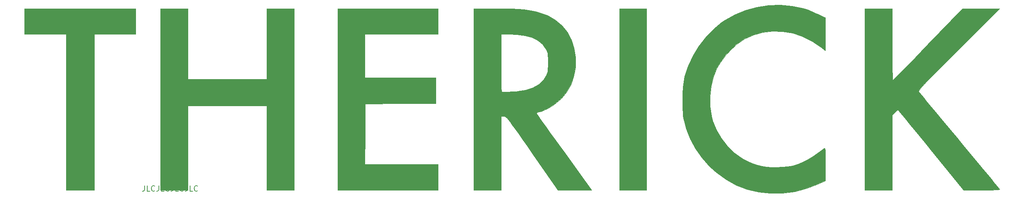
<source format=gbr>
G04 #@! TF.GenerationSoftware,KiCad,Pcbnew,(5.1.2-1)-1*
G04 #@! TF.CreationDate,2020-05-18T20:01:50-05:00*
G04 #@! TF.ProjectId,therick_bottom_plate,74686572-6963-46b5-9f62-6f74746f6d5f,rev?*
G04 #@! TF.SameCoordinates,Original*
G04 #@! TF.FileFunction,Legend,Top*
G04 #@! TF.FilePolarity,Positive*
%FSLAX46Y46*%
G04 Gerber Fmt 4.6, Leading zero omitted, Abs format (unit mm)*
G04 Created by KiCad (PCBNEW (5.1.2-1)-1) date 2020-05-18 20:01:50*
%MOMM*%
%LPD*%
G04 APERTURE LIST*
%ADD10C,0.200000*%
%ADD11C,0.010000*%
G04 APERTURE END LIST*
D10*
X78363690Y-91390476D02*
X78363690Y-92283333D01*
X78304166Y-92461904D01*
X78185119Y-92580952D01*
X78006547Y-92640476D01*
X77887500Y-92640476D01*
X79554166Y-92640476D02*
X78958928Y-92640476D01*
X78958928Y-91390476D01*
X80685119Y-92521428D02*
X80625595Y-92580952D01*
X80447023Y-92640476D01*
X80327976Y-92640476D01*
X80149404Y-92580952D01*
X80030357Y-92461904D01*
X79970833Y-92342857D01*
X79911309Y-92104761D01*
X79911309Y-91926190D01*
X79970833Y-91688095D01*
X80030357Y-91569047D01*
X80149404Y-91450000D01*
X80327976Y-91390476D01*
X80447023Y-91390476D01*
X80625595Y-91450000D01*
X80685119Y-91509523D01*
X81577976Y-91390476D02*
X81577976Y-92283333D01*
X81518452Y-92461904D01*
X81399404Y-92580952D01*
X81220833Y-92640476D01*
X81101785Y-92640476D01*
X82768452Y-92640476D02*
X82173214Y-92640476D01*
X82173214Y-91390476D01*
X83899404Y-92521428D02*
X83839880Y-92580952D01*
X83661309Y-92640476D01*
X83542261Y-92640476D01*
X83363690Y-92580952D01*
X83244642Y-92461904D01*
X83185119Y-92342857D01*
X83125595Y-92104761D01*
X83125595Y-91926190D01*
X83185119Y-91688095D01*
X83244642Y-91569047D01*
X83363690Y-91450000D01*
X83542261Y-91390476D01*
X83661309Y-91390476D01*
X83839880Y-91450000D01*
X83899404Y-91509523D01*
X84792261Y-91390476D02*
X84792261Y-92283333D01*
X84732738Y-92461904D01*
X84613690Y-92580952D01*
X84435119Y-92640476D01*
X84316071Y-92640476D01*
X85982738Y-92640476D02*
X85387500Y-92640476D01*
X85387500Y-91390476D01*
X87113690Y-92521428D02*
X87054166Y-92580952D01*
X86875595Y-92640476D01*
X86756547Y-92640476D01*
X86577976Y-92580952D01*
X86458928Y-92461904D01*
X86399404Y-92342857D01*
X86339880Y-92104761D01*
X86339880Y-91926190D01*
X86399404Y-91688095D01*
X86458928Y-91569047D01*
X86577976Y-91450000D01*
X86756547Y-91390476D01*
X86875595Y-91390476D01*
X87054166Y-91450000D01*
X87113690Y-91509523D01*
X88006547Y-91390476D02*
X88006547Y-92283333D01*
X87947023Y-92461904D01*
X87827976Y-92580952D01*
X87649404Y-92640476D01*
X87530357Y-92640476D01*
X89197023Y-92640476D02*
X88601785Y-92640476D01*
X88601785Y-91390476D01*
X90327976Y-92521428D02*
X90268452Y-92580952D01*
X90089880Y-92640476D01*
X89970833Y-92640476D01*
X89792261Y-92580952D01*
X89673214Y-92461904D01*
X89613690Y-92342857D01*
X89554166Y-92104761D01*
X89554166Y-91926190D01*
X89613690Y-91688095D01*
X89673214Y-91569047D01*
X89792261Y-91450000D01*
X89970833Y-91390476D01*
X90089880Y-91390476D01*
X90268452Y-91450000D01*
X90327976Y-91509523D01*
D11*
G36*
X246878929Y-59474553D02*
G01*
X246881883Y-61146197D01*
X246890337Y-62700230D01*
X246903677Y-64100335D01*
X246921290Y-65310192D01*
X246942564Y-66293482D01*
X246966883Y-67013885D01*
X246993636Y-67435082D01*
X247015000Y-67532770D01*
X247162057Y-67403269D01*
X247539354Y-67035188D01*
X248124923Y-66450823D01*
X248896799Y-65672473D01*
X249833016Y-64722435D01*
X250911606Y-63623007D01*
X252110604Y-62396486D01*
X253408042Y-61065170D01*
X254781956Y-59651356D01*
X254952500Y-59475586D01*
X262753929Y-51433757D01*
X266926119Y-51417369D01*
X271098309Y-51400982D01*
X261859067Y-60641556D01*
X260091316Y-62410545D01*
X258564187Y-63941568D01*
X257260940Y-65252456D01*
X256164837Y-66361038D01*
X255259138Y-67285144D01*
X254527105Y-68042603D01*
X253951999Y-68651245D01*
X253517080Y-69128900D01*
X253205610Y-69493396D01*
X253000850Y-69762565D01*
X252886061Y-69954234D01*
X252844503Y-70086234D01*
X252859438Y-70176395D01*
X252879020Y-70206689D01*
X253033989Y-70395305D01*
X253402394Y-70840885D01*
X253965841Y-71521251D01*
X254705938Y-72414224D01*
X255604289Y-73497627D01*
X256642502Y-74749282D01*
X257802182Y-76147009D01*
X259064936Y-77668632D01*
X260412370Y-79291973D01*
X261826091Y-80994852D01*
X262048137Y-81262286D01*
X263466767Y-82971540D01*
X264818951Y-84602033D01*
X266086638Y-86131918D01*
X267251776Y-87539351D01*
X268296314Y-88802485D01*
X269202200Y-89899474D01*
X269951383Y-90808471D01*
X270525810Y-91507632D01*
X270907431Y-91975110D01*
X271078194Y-92189059D01*
X271084916Y-92198581D01*
X271021949Y-92269159D01*
X270717863Y-92323321D01*
X270146768Y-92362383D01*
X269282777Y-92387664D01*
X268100001Y-92400481D01*
X267073565Y-92402744D01*
X262935357Y-92401648D01*
X255597068Y-83331315D01*
X254323599Y-81759330D01*
X253116862Y-80273710D01*
X251996232Y-78898050D01*
X250981086Y-77655944D01*
X250090798Y-76570988D01*
X249344744Y-75666776D01*
X248762299Y-74966902D01*
X248362838Y-74494961D01*
X248165738Y-74274548D01*
X248148730Y-74260982D01*
X247967746Y-74379959D01*
X247636660Y-74680943D01*
X247458805Y-74859262D01*
X246878929Y-75457542D01*
X246878929Y-92403839D01*
X240710357Y-92403839D01*
X240710357Y-51400982D01*
X246878929Y-51400982D01*
X246878929Y-59474553D01*
X246878929Y-59474553D01*
G37*
X246878929Y-59474553D02*
X246881883Y-61146197D01*
X246890337Y-62700230D01*
X246903677Y-64100335D01*
X246921290Y-65310192D01*
X246942564Y-66293482D01*
X246966883Y-67013885D01*
X246993636Y-67435082D01*
X247015000Y-67532770D01*
X247162057Y-67403269D01*
X247539354Y-67035188D01*
X248124923Y-66450823D01*
X248896799Y-65672473D01*
X249833016Y-64722435D01*
X250911606Y-63623007D01*
X252110604Y-62396486D01*
X253408042Y-61065170D01*
X254781956Y-59651356D01*
X254952500Y-59475586D01*
X262753929Y-51433757D01*
X266926119Y-51417369D01*
X271098309Y-51400982D01*
X261859067Y-60641556D01*
X260091316Y-62410545D01*
X258564187Y-63941568D01*
X257260940Y-65252456D01*
X256164837Y-66361038D01*
X255259138Y-67285144D01*
X254527105Y-68042603D01*
X253951999Y-68651245D01*
X253517080Y-69128900D01*
X253205610Y-69493396D01*
X253000850Y-69762565D01*
X252886061Y-69954234D01*
X252844503Y-70086234D01*
X252859438Y-70176395D01*
X252879020Y-70206689D01*
X253033989Y-70395305D01*
X253402394Y-70840885D01*
X253965841Y-71521251D01*
X254705938Y-72414224D01*
X255604289Y-73497627D01*
X256642502Y-74749282D01*
X257802182Y-76147009D01*
X259064936Y-77668632D01*
X260412370Y-79291973D01*
X261826091Y-80994852D01*
X262048137Y-81262286D01*
X263466767Y-82971540D01*
X264818951Y-84602033D01*
X266086638Y-86131918D01*
X267251776Y-87539351D01*
X268296314Y-88802485D01*
X269202200Y-89899474D01*
X269951383Y-90808471D01*
X270525810Y-91507632D01*
X270907431Y-91975110D01*
X271078194Y-92189059D01*
X271084916Y-92198581D01*
X271021949Y-92269159D01*
X270717863Y-92323321D01*
X270146768Y-92362383D01*
X269282777Y-92387664D01*
X268100001Y-92400481D01*
X267073565Y-92402744D01*
X262935357Y-92401648D01*
X255597068Y-83331315D01*
X254323599Y-81759330D01*
X253116862Y-80273710D01*
X251996232Y-78898050D01*
X250981086Y-77655944D01*
X250090798Y-76570988D01*
X249344744Y-75666776D01*
X248762299Y-74966902D01*
X248362838Y-74494961D01*
X248165738Y-74274548D01*
X248148730Y-74260982D01*
X247967746Y-74379959D01*
X247636660Y-74680943D01*
X247458805Y-74859262D01*
X246878929Y-75457542D01*
X246878929Y-92403839D01*
X240710357Y-92403839D01*
X240710357Y-51400982D01*
X246878929Y-51400982D01*
X246878929Y-59474553D01*
G36*
X191543214Y-92403839D02*
G01*
X185374643Y-92403839D01*
X185374643Y-51400982D01*
X191543214Y-51400982D01*
X191543214Y-92403839D01*
X191543214Y-92403839D01*
G37*
X191543214Y-92403839D02*
X185374643Y-92403839D01*
X185374643Y-51400982D01*
X191543214Y-51400982D01*
X191543214Y-92403839D01*
G36*
X157480000Y-51401493D02*
G01*
X159468920Y-51411621D01*
X161148034Y-51444600D01*
X162569932Y-51504996D01*
X163787203Y-51597374D01*
X164852438Y-51726297D01*
X165818226Y-51896332D01*
X166737157Y-52112042D01*
X167226908Y-52247530D01*
X169220046Y-52993019D01*
X170959515Y-53994874D01*
X172435426Y-55240697D01*
X173637889Y-56718085D01*
X174557016Y-58414637D01*
X175182916Y-60317953D01*
X175505700Y-62415630D01*
X175521766Y-62649281D01*
X175485329Y-64751616D01*
X175125665Y-66745923D01*
X174459534Y-68602337D01*
X173503693Y-70290993D01*
X172274904Y-71782023D01*
X170789926Y-73045563D01*
X169144209Y-74014252D01*
X168444051Y-74328172D01*
X167787792Y-74583609D01*
X167309674Y-74728630D01*
X167284566Y-74733640D01*
X166881007Y-74855294D01*
X166689877Y-75003320D01*
X166687500Y-75019267D01*
X166791311Y-75193699D01*
X167090262Y-75634963D01*
X167565626Y-76316756D01*
X168198678Y-77212778D01*
X168970693Y-78296725D01*
X169862945Y-79542297D01*
X170856708Y-80923191D01*
X171933258Y-82413105D01*
X172937744Y-83798362D01*
X179187989Y-92403839D01*
X175341673Y-92394542D01*
X171495357Y-92385244D01*
X165702821Y-84048827D01*
X164461140Y-82262586D01*
X163408538Y-80751544D01*
X162527363Y-79492691D01*
X161799964Y-78463019D01*
X161208690Y-77639519D01*
X160735888Y-76999182D01*
X160363908Y-76518999D01*
X160075098Y-76175961D01*
X159851806Y-75947058D01*
X159676380Y-75809283D01*
X159531170Y-75739626D01*
X159398524Y-75715078D01*
X159307464Y-75712411D01*
X158704643Y-75712411D01*
X158704643Y-92403839D01*
X152536072Y-92403839D01*
X152536072Y-63617172D01*
X158704643Y-63617172D01*
X158708367Y-65108771D01*
X158718957Y-66485181D01*
X158735538Y-67704354D01*
X158757238Y-68724240D01*
X158783183Y-69502792D01*
X158812498Y-69997960D01*
X158840714Y-70166250D01*
X159082684Y-70221039D01*
X159607283Y-70236401D01*
X160337033Y-70217484D01*
X161194454Y-70169438D01*
X162102068Y-70097413D01*
X162982396Y-70006557D01*
X163757958Y-69902020D01*
X164285192Y-69804401D01*
X165860441Y-69298772D01*
X167168292Y-68554362D01*
X168203684Y-67574811D01*
X168904593Y-66482646D01*
X169090144Y-66058909D01*
X169211158Y-65627839D01*
X169280741Y-65096740D01*
X169311995Y-64372918D01*
X169318214Y-63556696D01*
X169311339Y-62628769D01*
X169280520Y-61969504D01*
X169210466Y-61484811D01*
X169085887Y-61080600D01*
X168891493Y-60662779D01*
X168828205Y-60541401D01*
X168082703Y-59487140D01*
X167062284Y-58636683D01*
X165759813Y-57987157D01*
X164168159Y-57535690D01*
X162280186Y-57279408D01*
X160564286Y-57213026D01*
X158704643Y-57206696D01*
X158704643Y-63617172D01*
X152536072Y-63617172D01*
X152536072Y-51400982D01*
X157480000Y-51401493D01*
X157480000Y-51401493D01*
G37*
X157480000Y-51401493D02*
X159468920Y-51411621D01*
X161148034Y-51444600D01*
X162569932Y-51504996D01*
X163787203Y-51597374D01*
X164852438Y-51726297D01*
X165818226Y-51896332D01*
X166737157Y-52112042D01*
X167226908Y-52247530D01*
X169220046Y-52993019D01*
X170959515Y-53994874D01*
X172435426Y-55240697D01*
X173637889Y-56718085D01*
X174557016Y-58414637D01*
X175182916Y-60317953D01*
X175505700Y-62415630D01*
X175521766Y-62649281D01*
X175485329Y-64751616D01*
X175125665Y-66745923D01*
X174459534Y-68602337D01*
X173503693Y-70290993D01*
X172274904Y-71782023D01*
X170789926Y-73045563D01*
X169144209Y-74014252D01*
X168444051Y-74328172D01*
X167787792Y-74583609D01*
X167309674Y-74728630D01*
X167284566Y-74733640D01*
X166881007Y-74855294D01*
X166689877Y-75003320D01*
X166687500Y-75019267D01*
X166791311Y-75193699D01*
X167090262Y-75634963D01*
X167565626Y-76316756D01*
X168198678Y-77212778D01*
X168970693Y-78296725D01*
X169862945Y-79542297D01*
X170856708Y-80923191D01*
X171933258Y-82413105D01*
X172937744Y-83798362D01*
X179187989Y-92403839D01*
X175341673Y-92394542D01*
X171495357Y-92385244D01*
X165702821Y-84048827D01*
X164461140Y-82262586D01*
X163408538Y-80751544D01*
X162527363Y-79492691D01*
X161799964Y-78463019D01*
X161208690Y-77639519D01*
X160735888Y-76999182D01*
X160363908Y-76518999D01*
X160075098Y-76175961D01*
X159851806Y-75947058D01*
X159676380Y-75809283D01*
X159531170Y-75739626D01*
X159398524Y-75715078D01*
X159307464Y-75712411D01*
X158704643Y-75712411D01*
X158704643Y-92403839D01*
X152536072Y-92403839D01*
X152536072Y-63617172D01*
X158704643Y-63617172D01*
X158708367Y-65108771D01*
X158718957Y-66485181D01*
X158735538Y-67704354D01*
X158757238Y-68724240D01*
X158783183Y-69502792D01*
X158812498Y-69997960D01*
X158840714Y-70166250D01*
X159082684Y-70221039D01*
X159607283Y-70236401D01*
X160337033Y-70217484D01*
X161194454Y-70169438D01*
X162102068Y-70097413D01*
X162982396Y-70006557D01*
X163757958Y-69902020D01*
X164285192Y-69804401D01*
X165860441Y-69298772D01*
X167168292Y-68554362D01*
X168203684Y-67574811D01*
X168904593Y-66482646D01*
X169090144Y-66058909D01*
X169211158Y-65627839D01*
X169280741Y-65096740D01*
X169311995Y-64372918D01*
X169318214Y-63556696D01*
X169311339Y-62628769D01*
X169280520Y-61969504D01*
X169210466Y-61484811D01*
X169085887Y-61080600D01*
X168891493Y-60662779D01*
X168828205Y-60541401D01*
X168082703Y-59487140D01*
X167062284Y-58636683D01*
X165759813Y-57987157D01*
X164168159Y-57535690D01*
X162280186Y-57279408D01*
X160564286Y-57213026D01*
X158704643Y-57206696D01*
X158704643Y-63617172D01*
X152536072Y-63617172D01*
X152536072Y-51400982D01*
X157480000Y-51401493D01*
G36*
X144553214Y-57206696D02*
G01*
X128043214Y-57206696D01*
X128043214Y-67003839D01*
X144008929Y-67003839D01*
X144008929Y-72805739D01*
X136071429Y-72853003D01*
X128133929Y-72900268D01*
X128086390Y-79749196D01*
X128038851Y-86598125D01*
X144553214Y-86598125D01*
X144553214Y-92403839D01*
X121874643Y-92403839D01*
X121874643Y-51400982D01*
X144553214Y-51400982D01*
X144553214Y-57206696D01*
X144553214Y-57206696D01*
G37*
X144553214Y-57206696D02*
X128043214Y-57206696D01*
X128043214Y-67003839D01*
X144008929Y-67003839D01*
X144008929Y-72805739D01*
X136071429Y-72853003D01*
X128133929Y-72900268D01*
X128086390Y-79749196D01*
X128038851Y-86598125D01*
X144553214Y-86598125D01*
X144553214Y-92403839D01*
X121874643Y-92403839D01*
X121874643Y-51400982D01*
X144553214Y-51400982D01*
X144553214Y-57206696D01*
G36*
X88128929Y-67366696D02*
G01*
X105908929Y-67366696D01*
X105908929Y-51400982D01*
X112077500Y-51400982D01*
X112077500Y-92403839D01*
X105908929Y-92403839D01*
X105908929Y-73353839D01*
X88128929Y-73353839D01*
X88128929Y-92403839D01*
X81960357Y-92403839D01*
X81960357Y-51400982D01*
X88128929Y-51400982D01*
X88128929Y-67366696D01*
X88128929Y-67366696D01*
G37*
X88128929Y-67366696D02*
X105908929Y-67366696D01*
X105908929Y-51400982D01*
X112077500Y-51400982D01*
X112077500Y-92403839D01*
X105908929Y-92403839D01*
X105908929Y-73353839D01*
X88128929Y-73353839D01*
X88128929Y-92403839D01*
X81960357Y-92403839D01*
X81960357Y-51400982D01*
X88128929Y-51400982D01*
X88128929Y-67366696D01*
G36*
X76336072Y-57206696D02*
G01*
X67083214Y-57206696D01*
X67083214Y-92403839D01*
X60733214Y-92403839D01*
X60733214Y-57206696D01*
X51298929Y-57206696D01*
X51298929Y-51400982D01*
X76336072Y-51400982D01*
X76336072Y-57206696D01*
X76336072Y-57206696D01*
G37*
X76336072Y-57206696D02*
X67083214Y-57206696D01*
X67083214Y-92403839D01*
X60733214Y-92403839D01*
X60733214Y-57206696D01*
X51298929Y-57206696D01*
X51298929Y-51400982D01*
X76336072Y-51400982D01*
X76336072Y-57206696D01*
G36*
X224299595Y-50803111D02*
G01*
X226855646Y-51359044D01*
X227375357Y-51516684D01*
X227934427Y-51720021D01*
X228699620Y-52031322D01*
X229550431Y-52400509D01*
X230051429Y-52628762D01*
X231820357Y-53451442D01*
X231820357Y-60870033D01*
X230958572Y-60219168D01*
X228829407Y-58804380D01*
X226640374Y-57720785D01*
X224414520Y-56970609D01*
X222174895Y-56556078D01*
X219944548Y-56479417D01*
X217746529Y-56742852D01*
X215603887Y-57348607D01*
X213539672Y-58298909D01*
X213184380Y-58503074D01*
X211852620Y-59440707D01*
X210522207Y-60648012D01*
X209270344Y-62039820D01*
X208174238Y-63530966D01*
X207369718Y-64917411D01*
X206583789Y-66862016D01*
X206062395Y-68982381D01*
X205811687Y-71199504D01*
X205837817Y-73434386D01*
X206146935Y-75608025D01*
X206446753Y-76771732D01*
X207230511Y-78757273D01*
X208324288Y-80644266D01*
X209681806Y-82379073D01*
X211256784Y-83908057D01*
X213002941Y-85177579D01*
X214312500Y-85887922D01*
X215465026Y-86396835D01*
X216484115Y-86761369D01*
X217476250Y-87003518D01*
X218547916Y-87145273D01*
X219805594Y-87208629D01*
X220753214Y-87218190D01*
X222133121Y-87189993D01*
X223351537Y-87090549D01*
X224465031Y-86897578D01*
X225530170Y-86588802D01*
X226603522Y-86141942D01*
X227741653Y-85534719D01*
X229001132Y-84744854D01*
X230438526Y-83750068D01*
X231481750Y-82992781D01*
X231594979Y-82923455D01*
X231679681Y-82933466D01*
X231739989Y-83065597D01*
X231780037Y-83362630D01*
X231803960Y-83867346D01*
X231815892Y-84622528D01*
X231819965Y-85670958D01*
X231820357Y-86497050D01*
X231820357Y-90250234D01*
X230323572Y-90951416D01*
X227687045Y-91992419D01*
X224946363Y-92704163D01*
X222147833Y-93080186D01*
X219337762Y-93114024D01*
X216796126Y-92839734D01*
X214222465Y-92225889D01*
X211758677Y-91268728D01*
X209415718Y-89974048D01*
X207204546Y-88347648D01*
X205686670Y-86960982D01*
X203923345Y-85014648D01*
X202484519Y-82990587D01*
X201332032Y-80823096D01*
X200427726Y-78446475D01*
X200109652Y-77358652D01*
X199941768Y-76704215D01*
X199818964Y-76120716D01*
X199734076Y-75530441D01*
X199679941Y-74855677D01*
X199649395Y-74018708D01*
X199635274Y-72941822D01*
X199631780Y-72174553D01*
X199647493Y-70536376D01*
X199715340Y-69168028D01*
X199850688Y-67978350D01*
X200068900Y-66876182D01*
X200385341Y-65770364D01*
X200815378Y-64569738D01*
X200987689Y-64130027D01*
X201999583Y-62000296D01*
X203304655Y-59905380D01*
X204843064Y-57919332D01*
X206554966Y-56116204D01*
X208380518Y-54570051D01*
X209155714Y-54022437D01*
X211403876Y-52740318D01*
X213829808Y-51747149D01*
X216382929Y-51049887D01*
X219012655Y-50655489D01*
X221668404Y-50570912D01*
X224299595Y-50803111D01*
X224299595Y-50803111D01*
G37*
X224299595Y-50803111D02*
X226855646Y-51359044D01*
X227375357Y-51516684D01*
X227934427Y-51720021D01*
X228699620Y-52031322D01*
X229550431Y-52400509D01*
X230051429Y-52628762D01*
X231820357Y-53451442D01*
X231820357Y-60870033D01*
X230958572Y-60219168D01*
X228829407Y-58804380D01*
X226640374Y-57720785D01*
X224414520Y-56970609D01*
X222174895Y-56556078D01*
X219944548Y-56479417D01*
X217746529Y-56742852D01*
X215603887Y-57348607D01*
X213539672Y-58298909D01*
X213184380Y-58503074D01*
X211852620Y-59440707D01*
X210522207Y-60648012D01*
X209270344Y-62039820D01*
X208174238Y-63530966D01*
X207369718Y-64917411D01*
X206583789Y-66862016D01*
X206062395Y-68982381D01*
X205811687Y-71199504D01*
X205837817Y-73434386D01*
X206146935Y-75608025D01*
X206446753Y-76771732D01*
X207230511Y-78757273D01*
X208324288Y-80644266D01*
X209681806Y-82379073D01*
X211256784Y-83908057D01*
X213002941Y-85177579D01*
X214312500Y-85887922D01*
X215465026Y-86396835D01*
X216484115Y-86761369D01*
X217476250Y-87003518D01*
X218547916Y-87145273D01*
X219805594Y-87208629D01*
X220753214Y-87218190D01*
X222133121Y-87189993D01*
X223351537Y-87090549D01*
X224465031Y-86897578D01*
X225530170Y-86588802D01*
X226603522Y-86141942D01*
X227741653Y-85534719D01*
X229001132Y-84744854D01*
X230438526Y-83750068D01*
X231481750Y-82992781D01*
X231594979Y-82923455D01*
X231679681Y-82933466D01*
X231739989Y-83065597D01*
X231780037Y-83362630D01*
X231803960Y-83867346D01*
X231815892Y-84622528D01*
X231819965Y-85670958D01*
X231820357Y-86497050D01*
X231820357Y-90250234D01*
X230323572Y-90951416D01*
X227687045Y-91992419D01*
X224946363Y-92704163D01*
X222147833Y-93080186D01*
X219337762Y-93114024D01*
X216796126Y-92839734D01*
X214222465Y-92225889D01*
X211758677Y-91268728D01*
X209415718Y-89974048D01*
X207204546Y-88347648D01*
X205686670Y-86960982D01*
X203923345Y-85014648D01*
X202484519Y-82990587D01*
X201332032Y-80823096D01*
X200427726Y-78446475D01*
X200109652Y-77358652D01*
X199941768Y-76704215D01*
X199818964Y-76120716D01*
X199734076Y-75530441D01*
X199679941Y-74855677D01*
X199649395Y-74018708D01*
X199635274Y-72941822D01*
X199631780Y-72174553D01*
X199647493Y-70536376D01*
X199715340Y-69168028D01*
X199850688Y-67978350D01*
X200068900Y-66876182D01*
X200385341Y-65770364D01*
X200815378Y-64569738D01*
X200987689Y-64130027D01*
X201999583Y-62000296D01*
X203304655Y-59905380D01*
X204843064Y-57919332D01*
X206554966Y-56116204D01*
X208380518Y-54570051D01*
X209155714Y-54022437D01*
X211403876Y-52740318D01*
X213829808Y-51747149D01*
X216382929Y-51049887D01*
X219012655Y-50655489D01*
X221668404Y-50570912D01*
X224299595Y-50803111D01*
M02*

</source>
